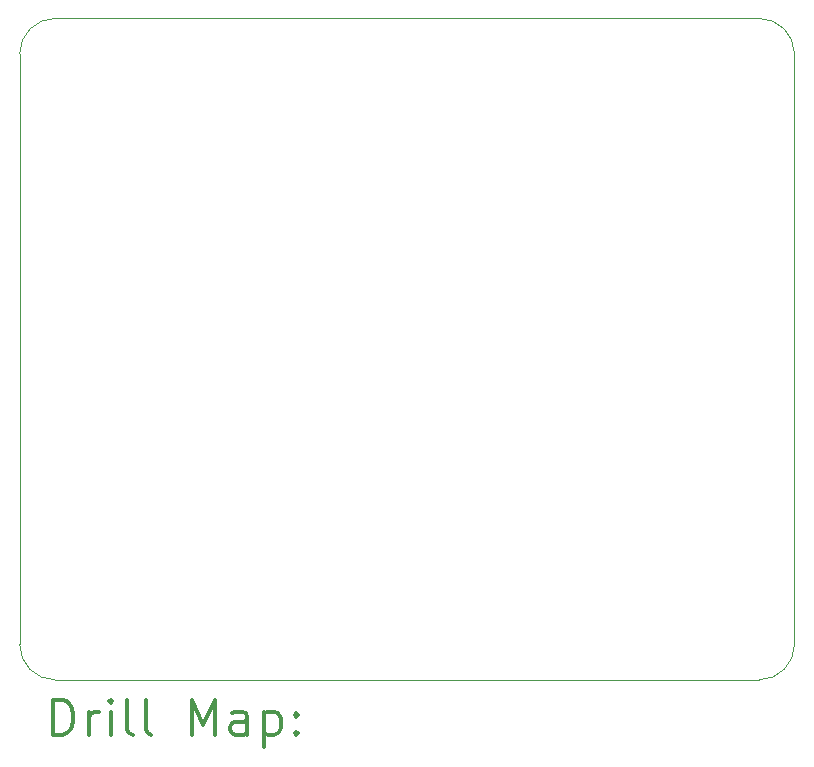
<source format=gbr>
%FSLAX45Y45*%
G04 Gerber Fmt 4.5, Leading zero omitted, Abs format (unit mm)*
G04 Created by KiCad (PCBNEW (5.1.10)-1) date 2021-06-06 14:27:14*
%MOMM*%
%LPD*%
G01*
G04 APERTURE LIST*
%TA.AperFunction,Profile*%
%ADD10C,0.050000*%
%TD*%
%ADD11C,0.200000*%
%ADD12C,0.300000*%
G04 APERTURE END LIST*
D10*
X16260000Y-4400000D02*
X10300000Y-4400000D01*
X16260000Y-10000000D02*
X10300000Y-10000000D01*
X16260000Y-10000000D02*
G75*
G03*
X16560000Y-9700000I0J300000D01*
G01*
X16560000Y-4700000D02*
G75*
G03*
X16260000Y-4400000I-300000J0D01*
G01*
X16560000Y-9700000D02*
X16560000Y-4700000D01*
X10000000Y-4700000D02*
X10000000Y-9700000D01*
X10000000Y-9700000D02*
G75*
G03*
X10300000Y-10000000I300000J0D01*
G01*
X10300000Y-4400000D02*
G75*
G03*
X10000000Y-4700000I0J-300000D01*
G01*
D11*
D12*
X10283928Y-10468214D02*
X10283928Y-10168214D01*
X10355357Y-10168214D01*
X10398214Y-10182500D01*
X10426786Y-10211072D01*
X10441071Y-10239643D01*
X10455357Y-10296786D01*
X10455357Y-10339643D01*
X10441071Y-10396786D01*
X10426786Y-10425357D01*
X10398214Y-10453929D01*
X10355357Y-10468214D01*
X10283928Y-10468214D01*
X10583928Y-10468214D02*
X10583928Y-10268214D01*
X10583928Y-10325357D02*
X10598214Y-10296786D01*
X10612500Y-10282500D01*
X10641071Y-10268214D01*
X10669643Y-10268214D01*
X10769643Y-10468214D02*
X10769643Y-10268214D01*
X10769643Y-10168214D02*
X10755357Y-10182500D01*
X10769643Y-10196786D01*
X10783928Y-10182500D01*
X10769643Y-10168214D01*
X10769643Y-10196786D01*
X10955357Y-10468214D02*
X10926786Y-10453929D01*
X10912500Y-10425357D01*
X10912500Y-10168214D01*
X11112500Y-10468214D02*
X11083928Y-10453929D01*
X11069643Y-10425357D01*
X11069643Y-10168214D01*
X11455357Y-10468214D02*
X11455357Y-10168214D01*
X11555357Y-10382500D01*
X11655357Y-10168214D01*
X11655357Y-10468214D01*
X11926786Y-10468214D02*
X11926786Y-10311072D01*
X11912500Y-10282500D01*
X11883928Y-10268214D01*
X11826786Y-10268214D01*
X11798214Y-10282500D01*
X11926786Y-10453929D02*
X11898214Y-10468214D01*
X11826786Y-10468214D01*
X11798214Y-10453929D01*
X11783928Y-10425357D01*
X11783928Y-10396786D01*
X11798214Y-10368214D01*
X11826786Y-10353929D01*
X11898214Y-10353929D01*
X11926786Y-10339643D01*
X12069643Y-10268214D02*
X12069643Y-10568214D01*
X12069643Y-10282500D02*
X12098214Y-10268214D01*
X12155357Y-10268214D01*
X12183928Y-10282500D01*
X12198214Y-10296786D01*
X12212500Y-10325357D01*
X12212500Y-10411072D01*
X12198214Y-10439643D01*
X12183928Y-10453929D01*
X12155357Y-10468214D01*
X12098214Y-10468214D01*
X12069643Y-10453929D01*
X12341071Y-10439643D02*
X12355357Y-10453929D01*
X12341071Y-10468214D01*
X12326786Y-10453929D01*
X12341071Y-10439643D01*
X12341071Y-10468214D01*
X12341071Y-10282500D02*
X12355357Y-10296786D01*
X12341071Y-10311072D01*
X12326786Y-10296786D01*
X12341071Y-10282500D01*
X12341071Y-10311072D01*
M02*

</source>
